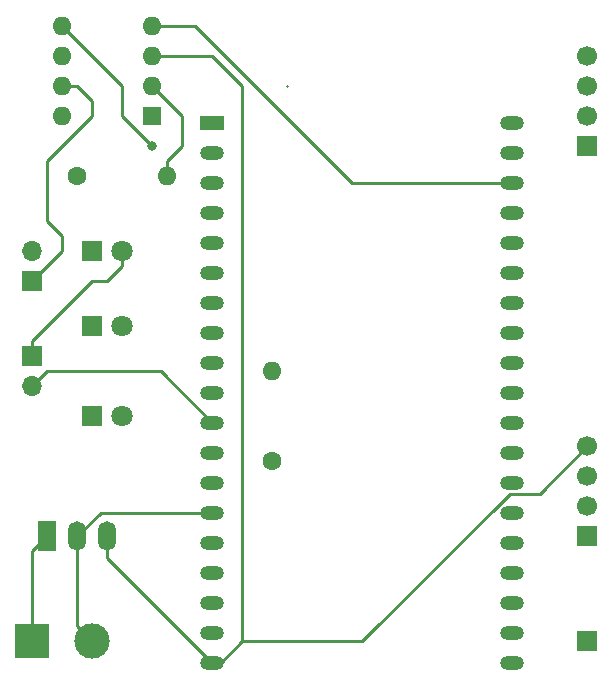
<source format=gbr>
%TF.GenerationSoftware,KiCad,Pcbnew,5.1.10-88a1d61d58~88~ubuntu20.10.1*%
%TF.CreationDate,2021-07-06T11:57:07+02:00*%
%TF.ProjectId,n2k_meteo_gps,65766f5f-6170-42e6-9b69-6361645f7063,rev?*%
%TF.SameCoordinates,Original*%
%TF.FileFunction,Copper,L1,Top*%
%TF.FilePolarity,Positive*%
%FSLAX46Y46*%
G04 Gerber Fmt 4.6, Leading zero omitted, Abs format (unit mm)*
G04 Created by KiCad (PCBNEW 5.1.10-88a1d61d58~88~ubuntu20.10.1) date 2021-07-06 11:57:07*
%MOMM*%
%LPD*%
G01*
G04 APERTURE LIST*
%TA.AperFunction,ComponentPad*%
%ADD10C,3.000000*%
%TD*%
%TA.AperFunction,ComponentPad*%
%ADD11R,3.000000X3.000000*%
%TD*%
%TA.AperFunction,ComponentPad*%
%ADD12O,1.700000X1.700000*%
%TD*%
%TA.AperFunction,ComponentPad*%
%ADD13R,1.700000X1.700000*%
%TD*%
%TA.AperFunction,ComponentPad*%
%ADD14O,1.600000X1.600000*%
%TD*%
%TA.AperFunction,ComponentPad*%
%ADD15R,1.600000X1.600000*%
%TD*%
%TA.AperFunction,ComponentPad*%
%ADD16O,1.500000X2.500000*%
%TD*%
%TA.AperFunction,ComponentPad*%
%ADD17R,1.500000X2.500000*%
%TD*%
%TA.AperFunction,ComponentPad*%
%ADD18O,2.000000X1.200000*%
%TD*%
%TA.AperFunction,ComponentPad*%
%ADD19R,2.000000X1.200000*%
%TD*%
%TA.AperFunction,ComponentPad*%
%ADD20C,1.600000*%
%TD*%
%TA.AperFunction,ComponentPad*%
%ADD21C,1.700000*%
%TD*%
%TA.AperFunction,ComponentPad*%
%ADD22C,1.800000*%
%TD*%
%TA.AperFunction,ComponentPad*%
%ADD23R,1.800000X1.800000*%
%TD*%
%TA.AperFunction,ViaPad*%
%ADD24C,0.800000*%
%TD*%
%TA.AperFunction,Conductor*%
%ADD25C,0.250000*%
%TD*%
G04 APERTURE END LIST*
D10*
%TO.P,J3,2*%
%TO.N,GND*%
X31750000Y-82550000D03*
D11*
%TO.P,J3,1*%
%TO.N,+12V*%
X26670000Y-82550000D03*
%TD*%
D12*
%TO.P,J4,2*%
%TO.N,Net-(J4-Pad2)*%
X26670000Y-60960000D03*
D13*
%TO.P,J4,1*%
%TO.N,Net-(D3-Pad2)*%
X26670000Y-58420000D03*
%TD*%
D12*
%TO.P,J1,2*%
%TO.N,Net-(J1-Pad2)*%
X26670000Y-49530000D03*
D13*
%TO.P,J1,1*%
%TO.N,Net-(J1-Pad1)*%
X26670000Y-52070000D03*
%TD*%
D14*
%TO.P,U3,8*%
%TO.N,GND*%
X29210000Y-38100000D03*
%TO.P,U3,4*%
%TO.N,Net-(U1-Pad22)*%
X36830000Y-30480000D03*
%TO.P,U3,7*%
%TO.N,Net-(J1-Pad1)*%
X29210000Y-35560000D03*
%TO.P,U3,3*%
%TO.N,Net-(J2-Pad4)*%
X36830000Y-33020000D03*
%TO.P,U3,6*%
%TO.N,Net-(J1-Pad2)*%
X29210000Y-33020000D03*
%TO.P,U3,2*%
%TO.N,GND*%
X36830000Y-35560000D03*
%TO.P,U3,5*%
%TO.N,Net-(D3-Pad2)*%
X29210000Y-30480000D03*
D15*
%TO.P,U3,1*%
%TO.N,Net-(U1-Pad21)*%
X36830000Y-38100000D03*
%TD*%
D16*
%TO.P,U2,3*%
%TO.N,Net-(J2-Pad4)*%
X33020000Y-73660000D03*
%TO.P,U2,2*%
%TO.N,GND*%
X30480000Y-73660000D03*
D17*
%TO.P,U2,1*%
%TO.N,+12V*%
X27940000Y-73660000D03*
%TD*%
D18*
%TO.P,U1,38*%
%TO.N,N/C*%
X67310000Y-84380000D03*
%TO.P,U1,37*%
X67310000Y-81840000D03*
%TO.P,U1,36*%
X67310000Y-79300000D03*
%TO.P,U1,35*%
X67310000Y-76760000D03*
%TO.P,U1,34*%
X67310000Y-74220000D03*
%TO.P,U1,33*%
X67310000Y-71680000D03*
%TO.P,U1,32*%
X67310000Y-69140000D03*
%TO.P,U1,31*%
X67310000Y-66600000D03*
%TO.P,U1,30*%
%TO.N,Net-(J2-Pad7)*%
X67310000Y-64060000D03*
%TO.P,U1,29*%
%TO.N,N/C*%
X67310000Y-61520000D03*
%TO.P,U1,28*%
X67310000Y-58980000D03*
%TO.P,U1,27*%
X67310000Y-56440000D03*
%TO.P,U1,26*%
%TO.N,GND*%
X67310000Y-53900000D03*
%TO.P,U1,25*%
%TO.N,N/C*%
X67310000Y-51360000D03*
%TO.P,U1,24*%
X67310000Y-48820000D03*
%TO.P,U1,23*%
X67310000Y-46280000D03*
%TO.P,U1,22*%
%TO.N,Net-(U1-Pad22)*%
X67310000Y-43740000D03*
%TO.P,U1,21*%
%TO.N,Net-(U1-Pad21)*%
X67310000Y-41200000D03*
%TO.P,U1,20*%
%TO.N,GND*%
X67310000Y-38660000D03*
%TO.P,U1,19*%
%TO.N,Net-(J2-Pad4)*%
X41910000Y-84380000D03*
%TO.P,U1,18*%
%TO.N,N/C*%
X41910000Y-81840000D03*
%TO.P,U1,17*%
X41910000Y-79300000D03*
%TO.P,U1,16*%
X41910000Y-76760000D03*
%TO.P,U1,15*%
%TO.N,Net-(D2-Pad2)*%
X41910000Y-74220000D03*
%TO.P,U1,14*%
%TO.N,GND*%
X41910000Y-71680000D03*
%TO.P,U1,13*%
%TO.N,N/C*%
X41910000Y-69140000D03*
%TO.P,U1,12*%
%TO.N,Net-(D1-Pad2)*%
X41910000Y-66600000D03*
%TO.P,U1,11*%
%TO.N,Net-(J4-Pad2)*%
X41910000Y-64060000D03*
%TO.P,U1,10*%
%TO.N,N/C*%
X41910000Y-61520000D03*
%TO.P,U1,9*%
X41910000Y-58980000D03*
%TO.P,U1,8*%
X41910000Y-56440000D03*
%TO.P,U1,7*%
X41910000Y-53900000D03*
%TO.P,U1,6*%
X41910000Y-51360000D03*
%TO.P,U1,5*%
X41910000Y-48820000D03*
%TO.P,U1,4*%
X41910000Y-46280000D03*
%TO.P,U1,3*%
X41910000Y-43740000D03*
%TO.P,U1,2*%
X41910000Y-41200000D03*
D19*
%TO.P,U1,1*%
%TO.N,Net-(D3-Pad2)*%
X41910000Y-38660000D03*
%TD*%
D14*
%TO.P,R2,2*%
%TO.N,Net-(J4-Pad2)*%
X46990000Y-59690000D03*
D20*
%TO.P,R2,1*%
%TO.N,GND*%
X46990000Y-67310000D03*
%TD*%
D21*
%TO.P,J2,8*%
%TO.N,GND*%
X73660000Y-33020000D03*
%TO.P,J2,7*%
%TO.N,Net-(J2-Pad7)*%
X73660000Y-35560000D03*
%TO.P,J2,6*%
%TO.N,N/C*%
X73660000Y-38100000D03*
D13*
%TO.P,J2,5*%
X73660000Y-40640000D03*
D21*
%TO.P,J2,4*%
%TO.N,Net-(J2-Pad4)*%
X73660000Y-66040000D03*
%TO.P,J2,3*%
%TO.N,N/C*%
X73660000Y-68580000D03*
%TO.P,J2,2*%
X73660000Y-71120000D03*
D13*
%TO.P,J2,1*%
%TO.N,Net-(J2-Pad1)*%
X73660000Y-73660000D03*
%TD*%
%TO.P,J5,1*%
%TO.N,Net-(J2-Pad1)*%
X73660000Y-82550000D03*
%TD*%
D14*
%TO.P,R1,2*%
%TO.N,GND*%
X38100000Y-43180000D03*
D20*
%TO.P,R1,1*%
%TO.N,Net-(D1-Pad1)*%
X30480000Y-43180000D03*
%TD*%
D22*
%TO.P,D3,2*%
%TO.N,Net-(D3-Pad2)*%
X34290000Y-49530000D03*
D23*
%TO.P,D3,1*%
%TO.N,Net-(D1-Pad1)*%
X31750000Y-49530000D03*
%TD*%
D22*
%TO.P,D2,2*%
%TO.N,Net-(D2-Pad2)*%
X34290000Y-63500000D03*
D23*
%TO.P,D2,1*%
%TO.N,Net-(D1-Pad1)*%
X31750000Y-63500000D03*
%TD*%
D22*
%TO.P,D1,2*%
%TO.N,Net-(D1-Pad2)*%
X34290000Y-55880000D03*
D23*
%TO.P,D1,1*%
%TO.N,Net-(D1-Pad1)*%
X31750000Y-55880000D03*
%TD*%
D24*
%TO.N,Net-(D3-Pad2)*%
X36830000Y-40640000D03*
%TD*%
D25*
%TO.N,Net-(D1-Pad1)*%
X31750000Y-49530000D02*
X31595002Y-49530000D01*
%TO.N,Net-(D3-Pad2)*%
X34290000Y-35560000D02*
X29210000Y-30480000D01*
X31750000Y-52070000D02*
X26670000Y-57150000D01*
X26670000Y-57150000D02*
X26670000Y-58420000D01*
X33020000Y-52070000D02*
X31750000Y-52070000D01*
X34290000Y-50800000D02*
X33020000Y-52070000D01*
X34290000Y-49530000D02*
X34290000Y-50800000D01*
X36830000Y-40640000D02*
X34290000Y-38100000D01*
X34290000Y-38100000D02*
X34290000Y-35560000D01*
%TO.N,GND*%
X38100000Y-43180000D02*
X38100000Y-41910000D01*
X38100000Y-41910000D02*
X39370000Y-40640000D01*
X39370000Y-40640000D02*
X39370000Y-38100000D01*
X39370000Y-38100000D02*
X38100000Y-36830000D01*
X38100000Y-36830000D02*
X36830000Y-35560000D01*
X32460000Y-71680000D02*
X30480000Y-73660000D01*
X41910000Y-71680000D02*
X32460000Y-71680000D01*
X30480000Y-81280000D02*
X31750000Y-82550000D01*
X30480000Y-73660000D02*
X30480000Y-81280000D01*
%TO.N,+12V*%
X26670000Y-74930000D02*
X27940000Y-73660000D01*
X26670000Y-82550000D02*
X26670000Y-74930000D01*
%TO.N,Net-(J2-Pad4)*%
X43180000Y-34290000D02*
X43180000Y-34290000D01*
X41910000Y-33020000D02*
X36830000Y-33020000D01*
X44450000Y-35560000D02*
X41910000Y-33020000D01*
X44450000Y-82550000D02*
X44450000Y-35560000D01*
X42620000Y-84380000D02*
X44450000Y-82550000D01*
X41910000Y-84380000D02*
X42620000Y-84380000D01*
X33020000Y-75490000D02*
X33020000Y-73660000D01*
X41910000Y-84380000D02*
X33020000Y-75490000D01*
X67094990Y-70065010D02*
X69634990Y-70065010D01*
X69634990Y-70065010D02*
X73660000Y-66040000D01*
X54610000Y-82550000D02*
X67094990Y-70065010D01*
X44450000Y-82550000D02*
X54610000Y-82550000D01*
%TO.N,Net-(J4-Pad2)*%
X27940000Y-59690000D02*
X26670000Y-60960000D01*
X37540000Y-59690000D02*
X27940000Y-59690000D01*
X41910000Y-64060000D02*
X37540000Y-59690000D01*
%TO.N,Net-(U1-Pad22)*%
X46990000Y-37026998D02*
X46990000Y-37026998D01*
X40443002Y-30480000D02*
X36830000Y-30480000D01*
X53703002Y-43740000D02*
X40443002Y-30480000D01*
X67310000Y-43740000D02*
X53703002Y-43740000D01*
%TO.N,Net-(U1-Pad21)*%
X48260000Y-35560000D02*
X48260000Y-35560000D01*
%TO.N,Net-(J1-Pad1)*%
X29210000Y-35560000D02*
X30480000Y-35560000D01*
X30480000Y-35560000D02*
X31750000Y-36830000D01*
X31750000Y-36830000D02*
X31750000Y-38100000D01*
X31750000Y-38100000D02*
X27940000Y-41910000D01*
X27940000Y-41910000D02*
X27940000Y-46990000D01*
X27940000Y-46990000D02*
X29210000Y-48260000D01*
X29210000Y-49530000D02*
X26670000Y-52070000D01*
X29210000Y-48260000D02*
X29210000Y-49530000D01*
%TD*%
M02*

</source>
